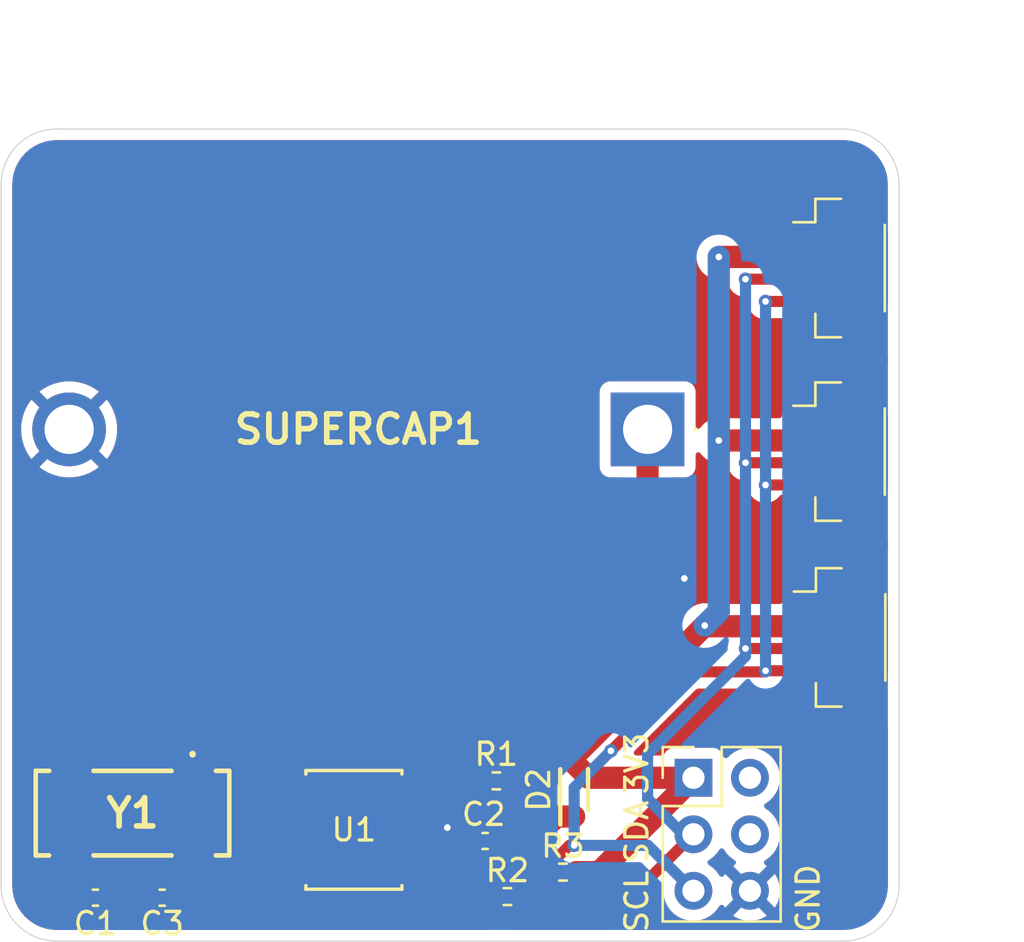
<source format=kicad_pcb>
(kicad_pcb (version 20241229) (generator "pcbnew") (generator_version "9.0")
  (layers (0 "F.Cu" signal) (2 "B.Cu" signal) (13 "F.Paste" user) (15 "B.Paste" user) (5 "F.SilkS" user "F.Silkscreen") (7 "B.SilkS" user "B.Silkscreen") (1 "F.Mask" user) (3 "B.Mask" user) (25 "Edge.Cuts" user))
  (net 0 "")
  (net 1 "GND")
  (net 2 "Net-(U1-OSCI)")
  (net 3 "Net-(D2-K)")
  (net 4 "Net-(U1-OSCO)")
  (net 5 "+3.3V")
  (net 6 "scl")
  (net 7 "sda")
  (net 8 "Net-(SUPERCAP1-+)")
  (footprint "Capacitor_SMD:C_0402_1005Metric_Pad0.74x0.62mm_HandSolder" (layer "F.Cu") (at 82.7 98.5 180)
    (property "Reference" "C2" (at 0.0675 1.2 0) (layer "F.SilkS"))
    (property "Value" "0.1u" (hide yes))
    (fp_line (start -0.115835 0.36) (end 0.115835 0.36) (stroke (width 0.12)) (layer "F.SilkS"))
    (fp_line (start -0.115835 -0.36) (end 0.115835 -0.36) (stroke (width 0.12)) (layer "F.SilkS"))
    (pad "1" smd roundrect (at -0.5675 0 180) (size 0.735 0.62) (layers "F.Cu" "F.Mask" "F.Paste") (net 3 "Net-(D2-K)"))
    (pad "2" smd roundrect (at 0.5675 0 180) (size 0.735 0.62) (layers "F.Cu" "F.Mask" "F.Paste") (net 1 "GND"))
  )
  (footprint "Capacitor_SMD:C_0402_1005Metric_Pad0.74x0.62mm_HandSolder" (layer "F.Cu") (at 65.1825 101.05 180)
    (property "Reference" "C1" (at 0 -1.16 0) (layer "F.SilkS"))
    (property "Value" "24p" (hide yes))
    (fp_line (start -0.115835 0.36) (end 0.115835 0.36) (stroke (width 0.12)) (layer "F.SilkS"))
    (fp_line (start -0.115835 -0.36) (end 0.115835 -0.36) (stroke (width 0.12)) (layer "F.SilkS"))
    (pad "1" smd roundrect (at -0.5675 0 180) (size 0.735 0.62) (layers "F.Cu" "F.Mask" "F.Paste") (net 2 "Net-(U1-OSCI)"))
    (pad "2" smd roundrect (at 0.5675 0 180) (size 0.735 0.62) (layers "F.Cu" "F.Mask" "F.Paste") (net 1 "GND"))
  )
  (footprint "pcb_footprints:JST_SH_BM04B-SRSS-TB_1x04-1MP_P1.00mm_Vertical" (layer "F.Cu") (at 98.65 72.75 -90)
    (property "Reference" "J3" (hide yes))
    (property "Value" "Conn_01x04" (hide yes))
    (fp_line (start -3.11 1.11) (end -2.06 1.11) (stroke (width 0.12)) (layer "F.SilkS"))
    (fp_line (start -2.06 1.11) (end -2.06 2.1) (stroke (width 0.12)) (layer "F.SilkS"))
    (fp_line (start 3.11 1.11) (end 2.06 1.11) (stroke (width 0.12)) (layer "F.SilkS"))
    (fp_line (start -3.11 -0.04) (end -3.11 1.11) (stroke (width 0.12)) (layer "F.SilkS"))
    (fp_line (start 3.11 -0.04) (end 3.11 1.11) (stroke (width 0.12)) (layer "F.SilkS"))
    (fp_line (start -1.94 -2.01) (end 1.94 -2.01) (stroke (width 0.12)) (layer "F.SilkS"))
    (pad "1" smd roundrect (at -1.5 1.325 270) (size 0.6 1.55) (layers "F.Cu" "F.Mask" "F.Paste") (net 1 "GND"))
    (pad "2" smd roundrect (at -0.5 1.325 270) (size 0.6 1.55) (layers "F.Cu" "F.Mask" "F.Paste") (net 5 "+3.3V"))
    (pad "3" smd roundrect (at 0.5 1.325 270) (size 0.6 1.55) (layers "F.Cu" "F.Mask" "F.Paste") (net 7 "sda"))
    (pad "4" smd roundrect (at 1.5 1.325 270) (size 0.6 1.55) (layers "F.Cu" "F.Mask" "F.Paste") (net 6 "scl"))
    (pad "MP" smd roundrect (at -2.8 -1.2 270) (size 1.2 1.8) (layers "F.Cu" "F.Mask" "F.Paste") (roundrect_rratio 0.208333))
    (pad "MP" smd roundrect (at 2.8 -1.2 270) (size 1.2 1.8) (layers "F.Cu" "F.Mask" "F.Paste") (roundrect_rratio 0.208333))
  )
  (footprint "pcb_footprints:SODFL2512X90N" (layer "F.Cu") (at 86.7 96.2 90)
    (property "Reference" "D2" (at 0 -1.6 90) (layer "F.SilkS"))
    (property "Value" "RB751V-40X_R1" (hide yes))
    (fp_line (start -1.56 -0.625) (end 0.925 -0.625) (stroke (width 0.2)) (layer "F.SilkS"))
    (fp_line (start -0.925 0.625) (end 0.925 0.625) (stroke (width 0.2)) (layer "F.SilkS"))
    (pad "1" smd rect (at -1.2 0 180) (size 0.42 0.72) (layers "F.Cu" "F.Mask" "F.Paste") (net 3 "Net-(D2-K)"))
    (pad "2" smd rect (at 1.2 0 180) (size 0.42 0.72) (layers "F.Cu" "F.Mask" "F.Paste") (net 5 "+3.3V"))
  )
  (footprint "Connector_PinHeader_2.54mm:PinHeader_2x03_P2.54mm_Vertical" (layer "F.Cu") (at 92.06 95.66)
    (property "Reference" "J1" (hide yes))
    (property "Value" "Conn_02x03_Odd_Even" (hide yes))
    (fp_line (start -1.38 -1.38) (end 0 -1.38) (stroke (width 0.12)) (layer "F.SilkS"))
    (fp_line (start -1.38 0) (end -1.38 -1.38) (stroke (width 0.12)) (layer "F.SilkS"))
    (fp_line (start -1.38 1.27) (end -1.38 6.46) (stroke (width 0.12)) (layer "F.SilkS"))
    (fp_line (start -1.38 1.27) (end 1.27 1.27) (stroke (width 0.12)) (layer "F.SilkS"))
    (fp_line (start -1.38 6.46) (end 3.92 6.46) (stroke (width 0.12)) (layer "F.SilkS"))
    (fp_line (start 1.27 -1.38) (end 3.92 -1.38) (stroke (width 0.12)) (layer "F.SilkS"))
    (fp_line (start 1.27 1.27) (end 1.27 -1.38) (stroke (width 0.12)) (layer "F.SilkS"))
    (fp_line (start 3.92 -1.38) (end 3.92 6.46) (stroke (width 0.12)) (layer "F.SilkS"))
    (pad "1" thru_hole rect (at 0 0) (size 1.7 1.7) (drill 1) (layers "*.Cu" "*.Mask") (net 5 "+3.3V"))
    (pad "2" thru_hole circle (at 2.54 0) (size 1.7 1.7) (drill 1) (layers "*.Cu" "*.Mask"))
    (pad "3" thru_hole circle (at 0 2.54) (size 1.7 1.7) (drill 1) (layers "*.Cu" "*.Mask") (net 7 "sda"))
    (pad "4" thru_hole circle (at 2.54 2.54) (size 1.7 1.7) (drill 1) (layers "*.Cu" "*.Mask"))
    (pad "5" thru_hole circle (at 0 5.08) (size 1.7 1.7) (drill 1) (layers "*.Cu" "*.Mask") (net 6 "scl"))
    (pad "6" thru_hole circle (at 2.54 5.08) (size 1.7 1.7) (drill 1) (layers "*.Cu" "*.Mask") (net 1 "GND"))
  )
  (footprint "pcb_footprints:CE5R5505HFZJ" (layer "F.Cu") (at 90 80)
    (property "Reference" "SUPERCAP1" (at -13 0 0) (layer "F.SilkS") (effects (font (size 1.27 1.27) (thickness 0.254))))
    (property "Value" "5" (hide yes))
    (fp_line (start 2.1 0) (end 2.1 0) (stroke (width 0.1)) (layer "F.SilkS"))
    (fp_line (start 2.2 0) (end 2.2 0) (stroke (width 0.1)) (layer "F.SilkS"))
    (fp_arc (start 2.1 0) (mid 2.15 -0.05) (end 2.2 0) (stroke (width 0.1)) (layer "F.SilkS"))
    (fp_arc (start 2.2 0) (mid 2.15 0.05) (end 2.1 0) (stroke (width 0.1)) (layer "F.SilkS"))
    (pad "1" thru_hole rect (at 0 0) (size 3.315 3.315) (drill 2.21) (layers "*.Cu" "*.Mask") (net 8 "Net-(SUPERCAP1-+)"))
    (pad "2" thru_hole circle (at -26 0) (size 3.315 3.315) (drill 2.21) (layers "*.Cu" "*.Mask") (net 1 "GND"))
  )
  (footprint "Resistor_SMD:R_0402_1005Metric_Pad0.72x0.64mm_HandSolder" (layer "F.Cu") (at 86.1975 99.9)
    (property "Reference" "R3" (at 0 -1.17 0) (layer "F.SilkS"))
    (property "Value" "2.5k" (hide yes))
    (fp_line (start -0.167621 -0.38) (end 0.167621 -0.38) (stroke (width 0.12)) (layer "F.SilkS"))
    (fp_line (start -0.167621 0.38) (end 0.167621 0.38) (stroke (width 0.12)) (layer "F.SilkS"))
    (pad "1" smd roundrect (at -0.5975 0) (size 0.715 0.64) (layers "F.Cu" "F.Mask" "F.Paste") (net 6 "scl"))
    (pad "2" smd roundrect (at 0.5975 0) (size 0.715 0.64) (layers "F.Cu" "F.Mask" "F.Paste") (net 5 "+3.3V"))
  )
  (footprint "pcb_footprints:JST_SH_BM04B-SRSS-TB_1x04-1MP_P1.00mm_Vertical" (layer "F.Cu") (at 98.675 89.35 -90)
    (property "Reference" "J2" (hide yes))
    (property "Value" "Conn_01x04" (hide yes))
    (fp_line (start -3.11 1.11) (end -2.06 1.11) (stroke (width 0.12)) (layer "F.SilkS"))
    (fp_line (start -2.06 1.11) (end -2.06 2.1) (stroke (width 0.12)) (layer "F.SilkS"))
    (fp_line (start 3.11 1.11) (end 2.06 1.11) (stroke (width 0.12)) (layer "F.SilkS"))
    (fp_line (start -3.11 -0.04) (end -3.11 1.11) (stroke (width 0.12)) (layer "F.SilkS"))
    (fp_line (start 3.11 -0.04) (end 3.11 1.11) (stroke (width 0.12)) (layer "F.SilkS"))
    (fp_line (start -1.94 -2.01) (end 1.94 -2.01) (stroke (width 0.12)) (layer "F.SilkS"))
    (pad "1" smd roundrect (at -1.5 1.325 270) (size 0.6 1.55) (layers "F.Cu" "F.Mask" "F.Paste") (net 1 "GND"))
    (pad "2" smd roundrect (at -0.5 1.325 270) (size 0.6 1.55) (layers "F.Cu" "F.Mask" "F.Paste") (net 5 "+3.3V"))
    (pad "3" smd roundrect (at 0.5 1.325 270) (size 0.6 1.55) (layers "F.Cu" "F.Mask" "F.Paste") (net 7 "sda"))
    (pad "4" smd roundrect (at 1.5 1.325 270) (size 0.6 1.55) (layers "F.Cu" "F.Mask" "F.Paste") (net 6 "scl"))
    (pad "MP" smd roundrect (at -2.8 -1.2 270) (size 1.2 1.8) (layers "F.Cu" "F.Mask" "F.Paste") (roundrect_rratio 0.208333))
    (pad "MP" smd roundrect (at 2.8 -1.2 270) (size 1.2 1.8) (layers "F.Cu" "F.Mask" "F.Paste") (roundrect_rratio 0.208333))
  )
  (footprint "Capacitor_SMD:C_0402_1005Metric_Pad0.74x0.62mm_HandSolder" (layer "F.Cu") (at 68.1825 101.05 180)
    (property "Reference" "C3" (at 0 -1.16 0) (layer "F.SilkS"))
    (property "Value" "24p" (hide yes))
    (fp_line (start -0.115835 0.36) (end 0.115835 0.36) (stroke (width 0.12)) (layer "F.SilkS"))
    (fp_line (start -0.115835 -0.36) (end 0.115835 -0.36) (stroke (width 0.12)) (layer "F.SilkS"))
    (pad "1" smd roundrect (at -0.5675 0 180) (size 0.735 0.62) (layers "F.Cu" "F.Mask" "F.Paste") (net 4 "Net-(U1-OSCO)"))
    (pad "2" smd roundrect (at 0.5675 0 180) (size 0.735 0.62) (layers "F.Cu" "F.Mask" "F.Paste") (net 1 "GND"))
  )
  (footprint "pcb_footprints:PCF8563T_5_518_U_SO8_NXP" (layer "F.Cu") (at 76.8 98)
    (property "Reference" "U1" (at 0 0 0) (layer "F.SilkS"))
    (property "Value" "PCF8563T/5_518" (hide yes))
    (fp_line (start -2.159 -2.667) (end -2.159 -2.50444) (stroke (width 0.1524)) (layer "F.SilkS"))
    (fp_line (start -2.159 2.50444) (end -2.159 2.667) (stroke (width 0.1524)) (layer "F.SilkS"))
    (fp_line (start -2.159 2.667) (end 2.159 2.667) (stroke (width 0.1524)) (layer "F.SilkS"))
    (fp_line (start 2.159 -2.667) (end -2.159 -2.667) (stroke (width 0.1524)) (layer "F.SilkS"))
    (fp_line (start 2.159 -2.50444) (end 2.159 -2.667) (stroke (width 0.1524)) (layer "F.SilkS"))
    (fp_line (start 2.159 2.667) (end 2.159 2.50444) (stroke (width 0.1524)) (layer "F.SilkS"))
    (pad "1" smd rect (at -2.7432 -1.905) (size 1.4224 0.5334) (layers "F.Cu" "F.Mask" "F.Paste") (net 2 "Net-(U1-OSCI)"))
    (pad "2" smd rect (at -2.7432 -0.635) (size 1.4224 0.5334) (layers "F.Cu" "F.Mask" "F.Paste") (net 4 "Net-(U1-OSCO)"))
    (pad "3" smd rect (at -2.7432 0.635) (size 1.4224 0.5334) (layers "F.Cu" "F.Mask" "F.Paste"))
    (pad "4" smd rect (at -2.7432 1.905) (size 1.4224 0.5334) (layers "F.Cu" "F.Mask" "F.Paste") (net 1 "GND"))
    (pad "5" smd rect (at 2.7432 1.905) (size 1.4224 0.5334) (layers "F.Cu" "F.Mask" "F.Paste") (net 7 "sda"))
    (pad "6" smd rect (at 2.7432 0.635) (size 1.4224 0.5334) (layers "F.Cu" "F.Mask" "F.Paste") (net 6 "scl"))
    (pad "7" smd rect (at 2.7432 -0.635) (size 1.4224 0.5334) (layers "F.Cu" "F.Mask" "F.Paste"))
    (pad "8" smd rect (at 2.7432 -1.905) (size 1.4224 0.5334) (layers "F.Cu" "F.Mask" "F.Paste") (net 3 "Net-(D2-K)"))
  )
  (footprint "pcb_footprints:LFXTAL016178REEL" (layer "F.Cu") (at 66.85 97.25 180)
    (property "Reference" "Y1" (at 0 0 0) (layer "F.SilkS") (effects (font (size 1.27 1.27) (thickness 0.254))))
    (property "Value" "LFXTAL016178REEL" (hide yes))
    (fp_line (start 4.35 1.9) (end 4.35 1.9) (stroke (width 0.2)) (layer "F.SilkS"))
    (fp_line (start 4.35 1.9) (end 4.35 1.9) (stroke (width 0.2)) (layer "F.SilkS"))
    (fp_line (start 4.35 1.9) (end 4.35 -1.9) (stroke (width 0.2)) (layer "F.SilkS"))
    (fp_line (start 4.35 1.9) (end 3.75 1.9) (stroke (width 0.2)) (layer "F.SilkS"))
    (fp_line (start 4.35 -1.9) (end 4.35 1.9) (stroke (width 0.2)) (layer "F.SilkS"))
    (fp_line (start 4.35 -1.9) (end 4.35 -1.9) (stroke (width 0.2)) (layer "F.SilkS"))
    (fp_line (start 4.35 -1.9) (end 4.35 -1.9) (stroke (width 0.2)) (layer "F.SilkS"))
    (fp_line (start 4.35 -1.9) (end 3.75 -1.9) (stroke (width 0.2)) (layer "F.SilkS"))
    (fp_line (start 3.75 1.9) (end 4.35 1.9) (stroke (width 0.2)) (layer "F.SilkS"))
    (fp_line (start 3.75 1.9) (end 3.75 1.9) (stroke (width 0.2)) (layer "F.SilkS"))
    (fp_line (start 3.75 -1.9) (end 4.35 -1.9) (stroke (width 0.2)) (layer "F.SilkS"))
    (fp_line (start 3.75 -1.9) (end 3.75 -1.9) (stroke (width 0.2)) (layer "F.SilkS"))
    (fp_line (start 1.75 1.9) (end 1.75 1.9) (stroke (width 0.2)) (layer "F.SilkS"))
    (fp_line (start 1.75 1.9) (end -1.75 1.9) (stroke (width 0.2)) (layer "F.SilkS"))
    (fp_line (start 1.75 -1.9) (end 1.75 -1.9) (stroke (width 0.2)) (layer "F.SilkS"))
    (fp_line (start 1.75 -1.9) (end -1.75 -1.9) (stroke (width 0.2)) (layer "F.SilkS"))
    (fp_line (start -1.75 1.9) (end 1.75 1.9) (stroke (width 0.2)) (layer "F.SilkS"))
    (fp_line (start -1.75 1.9) (end -1.75 1.9) (stroke (width 0.2)) (layer "F.SilkS"))
    (fp_line (start -1.75 -1.9) (end 1.75 -1.9) (stroke (width 0.2)) (layer "F.SilkS"))
    (fp_line (start -1.75 -1.9) (end -1.75 -1.9) (stroke (width 0.2)) (layer "F.SilkS"))
    (fp_line (start -2.7 2.7) (end -2.7 2.7) (stroke (width 0.2)) (layer "F.SilkS"))
    (fp_line (start -2.7 2.7) (end -2.7 2.7) (stroke (width 0.2)) (layer "F.SilkS"))
    (fp_line (start -2.7 2.6) (end -2.7 2.6) (stroke (width 0.2)) (layer "F.SilkS"))
    (fp_line (start -3.75 1.9) (end -3.75 1.9) (stroke (width 0.2)) (layer "F.SilkS"))
    (fp_line (start -3.75 1.9) (end -4.35 1.9) (stroke (width 0.2)) (layer "F.SilkS"))
    (fp_line (start -3.75 -1.9) (end -3.75 -1.9) (stroke (width 0.2)) (layer "F.SilkS"))
    (fp_line (start -3.75 -1.9) (end -4.35 -1.9) (stroke (width 0.2)) (layer "F.SilkS"))
    (fp_line (start -4.35 1.9) (end -3.75 1.9) (stroke (width 0.2)) (layer "F.SilkS"))
    (fp_line (start -4.35 1.9) (end -4.35 1.9) (stroke (width 0.2)) (layer "F.SilkS"))
    (fp_line (start -4.35 1.9) (end -4.35 1.9) (stroke (width 0.2)) (layer "F.SilkS"))
    (fp_line (start -4.35 1.9) (end -4.35 -1.9) (stroke (width 0.2)) (layer "F.SilkS"))
    (fp_line (start -4.35 -1.9) (end -3.75 -1.9) (stroke (width 0.2)) (layer "F.SilkS"))
    (fp_line (start -4.35 -1.9) (end -4.35 1.9) (stroke (width 0.2)) (layer "F.SilkS"))
    (fp_line (start -4.35 -1.9) (end -4.35 -1.9) (stroke (width 0.2)) (layer "F.SilkS"))
    (fp_line (start -4.35 -1.9) (end -4.35 -1.9) (stroke (width 0.2)) (layer "F.SilkS"))
    (fp_arc (start -2.7 2.7) (mid -2.75 2.65) (end -2.7 2.6) (stroke (width 0.2)) (layer "F.SilkS"))
    (fp_arc (start -2.7 2.6) (mid -2.65 2.65) (end -2.7 2.7) (stroke (width 0.2)) (layer "F.SilkS"))
    (fp_arc (start -2.7 2.6) (mid -2.65 2.65) (end -2.7 2.7) (stroke (width 0.2)) (layer "F.SilkS"))
    (pad "1" smd rect (at -2.75 1.15 180) (size 0.7 1.6) (layers "F.Cu" "F.Mask" "F.Paste") (net 2 "Net-(U1-OSCI)"))
    (pad "2" smd rect (at 2.75 1.15 180) (size 0.7 1.6) (layers "F.Cu" "F.Mask" "F.Paste") (net 1 "GND"))
    (pad "3" smd rect (at 2.75 -1.15 180) (size 0.7 1.6) (layers "F.Cu" "F.Mask" "F.Paste") (net 1 "GND"))
    (pad "4" smd rect (at -2.75 -1.15 180) (size 0.7 1.6) (layers "F.Cu" "F.Mask" "F.Paste") (net 4 "Net-(U1-OSCO)"))
  )
  (footprint "pcb_footprints:JST_SH_BM04B-SRSS-TB_1x04-1MP_P1.00mm_Vertical" (layer "F.Cu") (at 98.65 81 -90)
    (property "Reference" "J4" (hide yes))
    (property "Value" "Conn_01x04" (hide yes))
    (fp_line (start -3.11 1.11) (end -2.06 1.11) (stroke (width 0.12)) (layer "F.SilkS"))
    (fp_line (start -2.06 1.11) (end -2.06 2.1) (stroke (width 0.12)) (layer "F.SilkS"))
    (fp_line (start 3.11 1.11) (end 2.06 1.11) (stroke (width 0.12)) (layer "F.SilkS"))
    (fp_line (start -3.11 -0.04) (end -3.11 1.11) (stroke (width 0.12)) (layer "F.SilkS"))
    (fp_line (start 3.11 -0.04) (end 3.11 1.11) (stroke (width 0.12)) (layer "F.SilkS"))
    (fp_line (start -1.94 -2.01) (end 1.94 -2.01) (stroke (width 0.12)) (layer "F.SilkS"))
    (pad "1" smd roundrect (at -1.5 1.325 270) (size 0.6 1.55) (layers "F.Cu" "F.Mask" "F.Paste") (net 1 "GND"))
    (pad "2" smd roundrect (at -0.5 1.325 270) (size 0.6 1.55) (layers "F.Cu" "F.Mask" "F.Paste") (net 5 "+3.3V"))
    (pad "3" smd roundrect (at 0.5 1.325 270) (size 0.6 1.55) (layers "F.Cu" "F.Mask" "F.Paste") (net 7 "sda"))
    (pad "4" smd roundrect (at 1.5 1.325 270) (size 0.6 1.55) (layers "F.Cu" "F.Mask" "F.Paste") (net 6 "scl"))
    (pad "MP" smd roundrect (at -2.8 -1.2 270) (size 1.2 1.8) (layers "F.Cu" "F.Mask" "F.Paste") (roundrect_rratio 0.208333))
    (pad "MP" smd roundrect (at 2.8 -1.2 270) (size 1.2 1.8) (layers "F.Cu" "F.Mask" "F.Paste") (roundrect_rratio 0.208333))
  )
  (footprint "Resistor_SMD:R_0402_1005Metric_Pad0.72x0.64mm_HandSolder" (layer "F.Cu") (at 83.2025 95.8 180)
    (property "Reference" "R1" (at 0.0025 1.2 0) (layer "F.SilkS"))
    (property "Value" "20k" (hide yes))
    (fp_line (start -0.167621 0.38) (end 0.167621 0.38) (stroke (width 0.12)) (layer "F.SilkS"))
    (fp_line (start -0.167621 -0.38) (end 0.167621 -0.38) (stroke (width 0.12)) (layer "F.SilkS"))
    (pad "1" smd roundrect (at -0.5975 0 180) (size 0.715 0.64) (layers "F.Cu" "F.Mask" "F.Paste") (net 8 "Net-(SUPERCAP1-+)"))
    (pad "2" smd roundrect (at 0.5975 0 180) (size 0.715 0.64) (layers "F.Cu" "F.Mask" "F.Paste") (net 3 "Net-(D2-K)"))
  )
  (footprint "Resistor_SMD:R_0402_1005Metric_Pad0.72x0.64mm_HandSolder" (layer "F.Cu") (at 83.7 101)
    (property "Reference" "R2" (at 0 -1.17 0) (layer "F.SilkS"))
    (property "Value" "2.5k" (hide yes))
    (fp_line (start -0.167621 -0.38) (end 0.167621 -0.38) (stroke (width 0.12)) (layer "F.SilkS"))
    (fp_line (start -0.167621 0.38) (end 0.167621 0.38) (stroke (width 0.12)) (layer "F.SilkS"))
    (pad "1" smd roundrect (at -0.5975 0) (size 0.715 0.64) (layers "F.Cu" "F.Mask" "F.Paste") (net 7 "sda"))
    (pad "2" smd roundrect (at 0.5975 0) (size 0.715 0.64) (layers "F.Cu" "F.Mask" "F.Paste") (net 5 "+3.3V"))
  )
  (gr_arc (start 101.3 100.5) (mid 100.567767 102.267767) (end 98.8 103) (stroke (width 0.05)) (layer "Edge.Cuts"))
  (gr_line (start 101.3 69) (end 101.3 100.5) (stroke (width 0.05)) (layer "Edge.Cuts"))
  (gr_line (start 63.443 66.5) (end 98.8 66.5) (stroke (width 0.05)) (layer "Edge.Cuts"))
  (gr_arc (start 60.943 69) (mid 61.675233 67.232233) (end 63.443 66.5) (stroke (width 0.05)) (layer "Edge.Cuts"))
  (gr_line (start 60.943 100.5) (end 60.943 69) (stroke (width 0.05)) (layer "Edge.Cuts"))
  (gr_arc (start 63.443 103) (mid 61.675233 102.267767) (end 60.943 100.5) (stroke (width 0.05)) (layer "Edge.Cuts"))
  (gr_line (start 98.8 103) (end 63.443 103) (stroke (width 0.05)) (layer "Edge.Cuts"))
  (gr_arc (start 98.8 66.5) (mid 100.567767 67.232233) (end 101.3 69) (stroke (width 0.05)) (layer "Edge.Cuts"))
  (gr_text "GND" (at 97.8 102.7 90) (layer "F.SilkS") (effects (font (size 1 1)) (justify left bottom)))
  (gr_text "SDA" (at 90.1 99.6 90) (layer "F.SilkS") (effects (font (size 1 1)) (justify left bottom)))
  (gr_text "3V3" (at 90.1 96.5 90) (layer "F.SilkS") (effects (font (size 1 1)) (justify left bottom)))
  (gr_text "SCL" (at 90.1 102.7 90) (layer "F.SilkS") (effects (font (size 1 1)) (justify left bottom)))
  (via (at 91.65 86.7) (size 0.6) (drill 0.3) (layers "F.Cu" "B.Cu") (net 1))
  (via (at 81 97.9) (size 0.6) (drill 0.3) (layers "F.Cu" "B.Cu") (net 1))
  (segment (start 65.75 101.05) (end 65.75 99.75) (width 0.5) (layer "F.Cu") (net 2))
  (segment (start 65.75 99.75) (end 69.4 96.1) (width 0.5) (layer "F.Cu") (net 2))
  (segment (start 69.4 96.1) (end 69.6 96.1) (width 0.5) (layer "F.Cu") (net 2))
  (segment (start 69.605 96.095) (end 69.6 96.1) (width 0.5) (layer "F.Cu") (net 2))
  (segment (start 74.0568 96.095) (end 69.605 96.095) (width 0.5) (layer "F.Cu") (net 2))
  (segment (start 74.0518 96.1) (end 74.0568 96.095) (width 0.5) (layer "F.Cu") (net 2))
  (segment (start 82.605 95.8) (end 82.605 96.184572) (width 1) (layer "F.Cu") (net 3))
  (segment (start 85.9 97.4) (end 84.8 98.5) (width 1) (layer "F.Cu") (net 3))
  (segment (start 82.605 95.8) (end 79.8382 95.8) (width 1) (layer "F.Cu") (net 3))
  (segment (start 86.7 97.4) (end 85.9 97.4) (width 1) (layer "F.Cu") (net 3))
  (segment (start 82.605 96.184572) (end 83.2675 96.847072) (width 1) (layer "F.Cu") (net 3))
  (segment (start 83.2675 98.5) (end 84.8 98.5) (width 1) (layer "F.Cu") (net 3))
  (segment (start 83.2675 96.847072) (end 83.2675 98.5) (width 1) (layer "F.Cu") (net 3))
  (segment (start 79.8382 95.8) (end 79.5432 96.095) (width 1) (layer "F.Cu") (net 3))
  (segment (start 74.0568 97.365) (end 70.635 97.365) (width 0.5) (layer "F.Cu") (net 4))
  (segment (start 68.75 101.05) (end 68.75 99.25) (width 0.5) (layer "F.Cu") (net 4))
  (segment (start 68.75 99.25) (end 69.6 98.4) (width 0.5) (layer "F.Cu") (net 4))
  (segment (start 70.635 97.365) (end 69.6 98.4) (width 0.5) (layer "F.Cu") (net 4))
  (segment (start 86.795 99.9) (end 87.82 99.9) (width 1) (layer "F.Cu") (net 5))
  (segment (start 87.82 99.9) (end 92.06 95.66) (width 1) (layer "F.Cu") (net 5))
  (segment (start 86.72 101) (end 87.82 99.9) (width 1) (layer "F.Cu") (net 5))
  (segment (start 93.2 80.5) (end 97.325 80.5) (width 1) (layer "F.Cu") (net 5))
  (segment (start 92.6 88.85) (end 97.35 88.85) (width 1) (layer "F.Cu") (net 5))
  (segment (start 84.2975 101) (end 86.72 101) (width 1) (layer "F.Cu") (net 5))
  (segment (start 92.567186 88.817186) (end 92.6 88.85) (width 1) (layer "F.Cu") (net 5))
  (segment (start 87.36 95.66) (end 86.7 95) (width 1) (layer "F.Cu") (net 5))
  (segment (start 93.2 72.25) (end 97.325 72.25) (width 1) (layer "F.Cu") (net 5))
  (segment (start 92.567186 88.817186) (end 86.7 94.684372) (width 1) (layer "F.Cu") (net 5))
  (segment (start 92.06 95.66) (end 87.36 95.66) (width 1) (layer "F.Cu") (net 5))
  (segment (start 86.7 94.684372) (end 86.7 95) (width 1) (layer "F.Cu") (net 5))
  (via (at 93.2 80.5) (size 0.6) (drill 0.3) (layers "F.Cu" "B.Cu") (net 5))
  (via (at 93.2 72.25) (size 0.6) (drill 0.3) (layers "F.Cu" "B.Cu") (net 5))
  (via (at 92.567186 88.817186) (size 0.6) (drill 0.3) (layers "F.Cu" "B.Cu") (net 5))
  (segment (start 93.2 88.184372) (end 92.567186 88.817186) (width 1) (layer "B.Cu") (net 5))
  (segment (start 93.2 72.25) (end 93.2 88.184372) (width 1) (layer "B.Cu") (net 5))
  (segment (start 86.480001 98.7) (end 86.7 98.7) (width 0.5) (layer "F.Cu") (net 6))
  (segment (start 95.3 90.85) (end 97.35 90.85) (width 0.5) (layer "F.Cu") (net 6))
  (segment (start 91.9 90.9) (end 88.35 94.45) (width 0.5) (layer "F.Cu") (net 6))
  (segment (start 85.2 99.5) (end 84.2 99.5) (width 0.5) (layer "F.Cu") (net 6))
  (segment (start 85.6 99.9) (end 85.2 99.5) (width 0.5) (layer "F.Cu") (net 6))
  (segment (start 80.1531 98.635) (end 79.5432 98.635) (width 0.5) (layer "F.Cu") (net 6))
  (segment (start 95.3 82.5) (end 97.325 82.5) (width 0.5) (layer "F.Cu") (net 6))
  (segment (start 85.6 99.580001) (end 86.480001 98.7) (width 0.5) (layer "F.Cu") (net 6))
  (segment (start 85.6 99.9) (end 85.6 99.580001) (width 0.5) (layer "F.Cu") (net 6))
  (segment (start 95.3 90.85) (end 95.25 90.9) (width 0.5) (layer "F.Cu") (net 6))
  (segment (start 95.25 90.9) (end 91.9 90.9) (width 0.5) (layer "F.Cu") (net 6))
  (segment (start 81.0181 99.5) (end 80.1531 98.635) (width 0.5) (layer "F.Cu") (net 6))
  (segment (start 95.3 74.25) (end 97.325 74.25) (width 0.5) (layer "F.Cu") (net 6))
  (segment (start 84.2 99.5) (end 81.0181 99.5) (width 0.5) (layer "F.Cu") (net 6))
  (via (at 88.35 94.45) (size 0.6) (drill 0.3) (layers "F.Cu" "B.Cu") (net 6))
  (via (at 95.3 90.85) (size 0.6) (drill 0.3) (layers "F.Cu" "B.Cu") (net 6))
  (via (at 86.7 98.7) (size 0.6) (drill 0.3) (layers "F.Cu" "B.Cu") (net 6))
  (via (at 95.3 74.25) (size 0.6) (drill 0.3) (layers "F.Cu" "B.Cu") (net 6))
  (via (at 95.3 82.5) (size 0.6) (drill 0.3) (layers "F.Cu" "B.Cu") (net 6))
  (segment (start 86.7 98.7) (end 86.7 96.1) (width 0.5) (layer "B.Cu") (net 6))
  (segment (start 86.7 96.1) (end 88.35 94.45) (width 0.5) (layer "B.Cu") (net 6))
  (segment (start 90.02 98.7) (end 92.06 100.74) (width 0.5) (layer "B.Cu") (net 6))
  (segment (start 95.3 74.25) (end 95.3 90.85) (width 0.5) (layer "B.Cu") (net 6))
  (segment (start 86.7 98.7) (end 90.02 98.7) (width 0.5) (layer "B.Cu") (net 6))
  (segment (start 83.949 102.249) (end 88.011 102.249) (width 0.5) (layer "F.Cu") (net 7))
  (segment (start 94.4 73.25) (end 97.325 73.25) (width 0.5) (layer "F.Cu") (net 7))
  (segment (start 80.6382 101) (end 79.5432 99.905) (width 0.5) (layer "F.Cu") (net 7))
  (segment (start 88.011 102.249) (end 92.06 98.2) (width 0.5) (layer "F.Cu") (net 7))
  (segment (start 83.1025 101) (end 80.6382 101) (width 0.5) (layer "F.Cu") (net 7))
  (segment (start 94.4 89.85) (end 97.35 89.85) (width 0.5) (layer "F.Cu") (net 7))
  (segment (start 83.1025 101) (end 83.1025 101.4025) (width 0.5) (layer "F.Cu") (net 7))
  (segment (start 94.4 81.5) (end 97.325 81.5) (width 0.5) (layer "F.Cu") (net 7))
  (segment (start 83.1025 101.4025) (end 83.949 102.249) (width 0.5) (layer "F.Cu") (net 7))
  (via (at 94.4 81.5) (size 0.6) (drill 0.3) (layers "F.Cu" "B.Cu") (net 7))
  (via (at 94.4 73.25) (size 0.6) (drill 0.3) (layers "F.Cu" "B.Cu") (net 7))
  (via (at 94.4 89.85) (size 0.6) (drill 0.3) (layers "F.Cu" "B.Cu") (net 7))
  (segment (start 91.6 98.2) (end 92.06 98.2) (width 0.5) (layer "B.Cu") (net 7))
  (segment (start 90 96.6) (end 91.6 98.2) (width 0.5) (layer "B.Cu") (net 7))
  (segment (start 94.4 73.25) (end 94.4 89.85) (width 0.5) (layer "B.Cu") (net 7))
  (segment (start 94.4 89.85) (end 94.4 90.2) (width 0.5) (layer "B.Cu") (net 7))
  (segment (start 94.4 90.2) (end 90 94.6) (width 0.5) (layer "B.Cu") (net 7))
  (segment (start 90 94.6) (end 90 96.6) (width 0.5) (layer "B.Cu") (net 7))
  (segment (start 90 89.5) (end 83.859449 95.640551) (width 1) (layer "F.Cu") (net 8))
  (segment (start 83.859449 95.640551) (end 83.859449 95.740551) (width 1) (layer "F.Cu") (net 8))
  (segment (start 90 80) (end 90 89.5) (width 1) (layer "F.Cu") (net 8))
  (zone (net 1) (net_name "GND") (layer "F.Cu") (connect_pads (clearance 0.5)) (min_thickness 0.25) (fill yes (thermal_gap 0.5) (thermal_bridge_width 0.5))
    (polygon (pts (xy 61.343 66.5) (xy 101.3 66.5) (xy 101.3 103) (xy 61.343 103)))
  )
  (zone (net 1) (net_name "GND") (layer "B.Cu") (priority 1) (connect_pads (clearance 0.5)) (min_thickness 0.25) (fill yes (thermal_gap 0.5) (thermal_bridge_width 0.5))
    (polygon (pts (xy 61.343 66.5) (xy 101.3 66.5) (xy 101.3 103) (xy 61.343 103)))
  )
)
</source>
